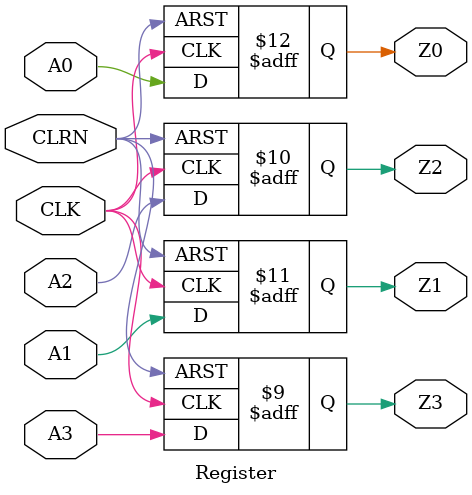
<source format=v>


module Register(
	CLK,
	A0,
	A1,
	A2,
	A3,
	CLRN,
	Z0,
	Z1,
	Z2,
	Z3
);


input wire	CLK;
input wire	A0;
input wire	A1;
input wire	A2;
input wire	A3;
input wire	CLRN;
output reg	Z0;
output reg	Z1;
output reg	Z2;
output reg	Z3;






always@(posedge CLK or negedge CLRN)
begin
if (!CLRN)
	begin
	Z0 <= 0;
	end
else
	begin
	Z0 <= A0;
	end
end


always@(posedge CLK or negedge CLRN)
begin
if (!CLRN)
	begin
	Z1 <= 0;
	end
else
	begin
	Z1 <= A1;
	end
end


always@(posedge CLK or negedge CLRN)
begin
if (!CLRN)
	begin
	Z2 <= 0;
	end
else
	begin
	Z2 <= A2;
	end
end


always@(posedge CLK or negedge CLRN)
begin
if (!CLRN)
	begin
	Z3 <= 0;
	end
else
	begin
	Z3 <= A3;
	end
end


endmodule

</source>
